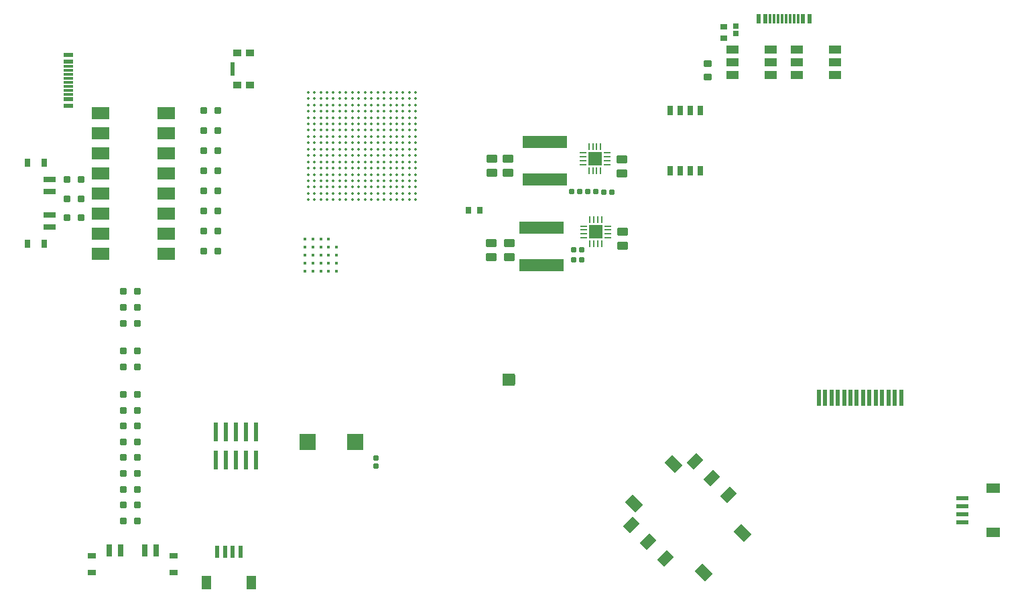
<source format=gtp>
G04*
G04 #@! TF.GenerationSoftware,Altium Limited,Altium Designer,23.10.1 (27)*
G04*
G04 Layer_Color=8421504*
%FSLAX44Y44*%
%MOMM*%
G71*
G04*
G04 #@! TF.SameCoordinates,B86BD226-0E7F-4409-BC4F-A9AD3D2462E1*
G04*
G04*
G04 #@! TF.FilePolarity,Positive*
G04*
G01*
G75*
%ADD23R,1.6000X1.6000*%
%ADD24R,2.1600X1.5200*%
G04:AMPARAMS|DCode=25|XSize=0.8mm|YSize=0.8mm|CornerRadius=0.1mm|HoleSize=0mm|Usage=FLASHONLY|Rotation=180.000|XOffset=0mm|YOffset=0mm|HoleType=Round|Shape=RoundedRectangle|*
%AMROUNDEDRECTD25*
21,1,0.8000,0.6000,0,0,180.0*
21,1,0.6000,0.8000,0,0,180.0*
1,1,0.2000,-0.3000,0.3000*
1,1,0.2000,0.3000,0.3000*
1,1,0.2000,0.3000,-0.3000*
1,1,0.2000,-0.3000,-0.3000*
%
%ADD25ROUNDEDRECTD25*%
%ADD26C,0.3500*%
%ADD27R,1.5000X1.0000*%
%ADD28R,0.6000X1.1500*%
%ADD29R,0.6400X0.6400*%
%ADD30R,0.9500X0.7500*%
%ADD31R,0.7600X1.2700*%
%ADD32R,1.8000X1.8000*%
%ADD33O,0.9000X0.2500*%
G04:AMPARAMS|DCode=34|XSize=1.4mm|YSize=1mm|CornerRadius=0.125mm|HoleSize=0mm|Usage=FLASHONLY|Rotation=0.000|XOffset=0mm|YOffset=0mm|HoleType=Round|Shape=RoundedRectangle|*
%AMROUNDEDRECTD34*
21,1,1.4000,0.7500,0,0,0.0*
21,1,1.1500,1.0000,0,0,0.0*
1,1,0.2500,0.5750,-0.3750*
1,1,0.2500,-0.5750,-0.3750*
1,1,0.2500,-0.5750,0.3750*
1,1,0.2500,0.5750,0.3750*
%
%ADD34ROUNDEDRECTD34*%
%ADD35O,0.2500X0.9000*%
%ADD36R,0.5001X2.0000*%
%ADD37R,1.5500X0.6000*%
G04:AMPARAMS|DCode=38|XSize=1.9mm|YSize=1.4mm|CornerRadius=0mm|HoleSize=0mm|Usage=FLASHONLY|Rotation=135.000|XOffset=0mm|YOffset=0mm|HoleType=Round|Shape=Rectangle|*
%AMROTATEDRECTD38*
4,1,4,1.1667,-0.1768,0.1768,-1.1667,-1.1667,0.1768,-0.1768,1.1667,1.1667,-0.1768,0.0*
%
%ADD38ROTATEDRECTD38*%

G04:AMPARAMS|DCode=39|XSize=0.6mm|YSize=0.6mm|CornerRadius=0.06mm|HoleSize=0mm|Usage=FLASHONLY|Rotation=90.000|XOffset=0mm|YOffset=0mm|HoleType=Round|Shape=RoundedRectangle|*
%AMROUNDEDRECTD39*
21,1,0.6000,0.4800,0,0,90.0*
21,1,0.4800,0.6000,0,0,90.0*
1,1,0.1200,0.2400,0.2400*
1,1,0.1200,0.2400,-0.2400*
1,1,0.1200,-0.2400,-0.2400*
1,1,0.1200,-0.2400,0.2400*
%
%ADD39ROUNDEDRECTD39*%
%ADD40R,0.7500X0.9500*%
G04:AMPARAMS|DCode=41|XSize=1.7mm|YSize=1.2mm|CornerRadius=0mm|HoleSize=0mm|Usage=FLASHONLY|Rotation=45.000|XOffset=0mm|YOffset=0mm|HoleType=Round|Shape=Rectangle|*
%AMROTATEDRECTD41*
4,1,4,-0.1768,-1.0253,-1.0253,-0.1768,0.1768,1.0253,1.0253,0.1768,-0.1768,-1.0253,0.0*
%
%ADD41ROTATEDRECTD41*%

%ADD42R,1.0000X0.9000*%
%ADD43R,0.5500X1.7000*%
%ADD44R,1.1500X0.6000*%
%ADD45R,0.8000X1.0000*%
%ADD46C,0.3700*%
%ADD47R,2.0000X2.0000*%
%ADD48R,0.6000X2.4000*%
%ADD49R,0.6000X1.5500*%
%ADD50R,1.5000X0.7000*%
%ADD51R,1.0000X0.8000*%
%ADD52R,0.7000X1.5000*%
%ADD53R,5.7000X1.6000*%
G04:AMPARAMS|DCode=54|XSize=0.6mm|YSize=0.6mm|CornerRadius=0.06mm|HoleSize=0mm|Usage=FLASHONLY|Rotation=180.000|XOffset=0mm|YOffset=0mm|HoleType=Round|Shape=RoundedRectangle|*
%AMROUNDEDRECTD54*
21,1,0.6000,0.4800,0,0,180.0*
21,1,0.4800,0.6000,0,0,180.0*
1,1,0.1200,-0.2400,0.2400*
1,1,0.1200,0.2400,0.2400*
1,1,0.1200,0.2400,-0.2400*
1,1,0.1200,-0.2400,-0.2400*
%
%ADD54ROUNDEDRECTD54*%
%ADD55R,0.6350X1.2700*%
%ADD56R,0.3000X1.1500*%
%ADD57R,1.8000X1.2000*%
G04:AMPARAMS|DCode=58|XSize=1mm|YSize=0.9mm|CornerRadius=0.1125mm|HoleSize=0mm|Usage=FLASHONLY|Rotation=0.000|XOffset=0mm|YOffset=0mm|HoleType=Round|Shape=RoundedRectangle|*
%AMROUNDEDRECTD58*
21,1,1.0000,0.6750,0,0,0.0*
21,1,0.7750,0.9000,0,0,0.0*
1,1,0.2250,0.3875,-0.3375*
1,1,0.2250,-0.3875,-0.3375*
1,1,0.2250,-0.3875,0.3375*
1,1,0.2250,0.3875,0.3375*
%
%ADD58ROUNDEDRECTD58*%
%ADD59R,1.2000X1.8000*%
%ADD60R,1.1500X0.3000*%
D23*
X1049599Y548640D02*
D03*
D24*
X534162Y860298D02*
D03*
Y885698D02*
D03*
Y834898D02*
D03*
Y809498D02*
D03*
Y784098D02*
D03*
Y758698D02*
D03*
Y733298D02*
D03*
Y707898D02*
D03*
X616762Y809498D02*
D03*
Y707898D02*
D03*
Y758698D02*
D03*
Y834898D02*
D03*
Y784098D02*
D03*
Y885698D02*
D03*
Y860298D02*
D03*
Y733298D02*
D03*
D25*
X580000Y660000D02*
D03*
X563000D02*
D03*
X681600Y889000D02*
D03*
Y863600D02*
D03*
Y812800D02*
D03*
Y787400D02*
D03*
Y838200D02*
D03*
Y762000D02*
D03*
Y736600D02*
D03*
Y711200D02*
D03*
X563000Y620000D02*
D03*
Y640000D02*
D03*
Y585000D02*
D03*
Y565000D02*
D03*
Y530000D02*
D03*
Y510000D02*
D03*
Y430000D02*
D03*
Y470000D02*
D03*
Y490000D02*
D03*
Y450000D02*
D03*
Y370000D02*
D03*
Y390000D02*
D03*
Y410000D02*
D03*
X664600Y812800D02*
D03*
X580000Y640000D02*
D03*
Y620000D02*
D03*
Y370000D02*
D03*
X491880Y753110D02*
D03*
X508880D02*
D03*
X491880Y801370D02*
D03*
X508880D02*
D03*
X491880Y777240D02*
D03*
X508880D02*
D03*
X664600Y711200D02*
D03*
Y736600D02*
D03*
X580000Y530000D02*
D03*
Y510000D02*
D03*
Y585000D02*
D03*
Y490000D02*
D03*
Y470000D02*
D03*
Y565000D02*
D03*
Y450000D02*
D03*
Y430000D02*
D03*
Y410000D02*
D03*
Y390000D02*
D03*
X664600Y838200D02*
D03*
Y863600D02*
D03*
Y889000D02*
D03*
Y762000D02*
D03*
Y787400D02*
D03*
D26*
X860000Y840000D02*
D03*
X932000Y872000D02*
D03*
X916000Y904000D02*
D03*
X892000Y912000D02*
D03*
X908000Y880000D02*
D03*
X884000Y888000D02*
D03*
X924000Y848000D02*
D03*
X892000Y864000D02*
D03*
X876000D02*
D03*
X884000Y856000D02*
D03*
X868000D02*
D03*
X892000Y848000D02*
D03*
Y832000D02*
D03*
X884000Y840000D02*
D03*
X876000Y832000D02*
D03*
X916000Y824000D02*
D03*
X908000Y800000D02*
D03*
X884000Y824000D02*
D03*
X868000D02*
D03*
X884000Y808000D02*
D03*
X932000Y792000D02*
D03*
X900000Y776000D02*
D03*
X876000Y784000D02*
D03*
X860000Y896000D02*
D03*
X836000Y904000D02*
D03*
X852000Y872000D02*
D03*
X828000Y880000D02*
D03*
X860000Y864000D02*
D03*
X852000Y856000D02*
D03*
X844000Y864000D02*
D03*
Y848000D02*
D03*
X836000Y856000D02*
D03*
X820000D02*
D03*
X812000Y912000D02*
D03*
X804000Y888000D02*
D03*
X796000Y864000D02*
D03*
X852000Y840000D02*
D03*
X860000Y832000D02*
D03*
X836000Y840000D02*
D03*
X844000Y832000D02*
D03*
X860000Y816000D02*
D03*
X852000Y824000D02*
D03*
X836000D02*
D03*
X852000Y792000D02*
D03*
X812000Y832000D02*
D03*
X804000Y808000D02*
D03*
X828000Y800000D02*
D03*
X796000Y784000D02*
D03*
X820000Y776000D02*
D03*
X860000Y848000D02*
D03*
X868000Y840000D02*
D03*
X876000D02*
D03*
X876000Y848000D02*
D03*
X884000Y896000D02*
D03*
Y904000D02*
D03*
X924000Y776000D02*
D03*
Y784000D02*
D03*
X924000Y792000D02*
D03*
X924000Y800000D02*
D03*
Y816000D02*
D03*
Y824000D02*
D03*
X924000Y832000D02*
D03*
X932000Y776000D02*
D03*
Y784000D02*
D03*
Y800000D02*
D03*
Y808000D02*
D03*
Y816000D02*
D03*
Y824000D02*
D03*
X932000Y840000D02*
D03*
X932000Y864000D02*
D03*
X932000Y856000D02*
D03*
X916000Y776000D02*
D03*
X908000D02*
D03*
X900000Y912000D02*
D03*
X900000Y840000D02*
D03*
Y800000D02*
D03*
X876000Y776000D02*
D03*
X844000Y872000D02*
D03*
X836000Y776000D02*
D03*
X820000Y832000D02*
D03*
X812000Y864000D02*
D03*
X796000Y808000D02*
D03*
X932000Y848000D02*
D03*
X924000Y840000D02*
D03*
X916000Y912000D02*
D03*
X884000Y792000D02*
D03*
X868000Y904000D02*
D03*
Y872000D02*
D03*
X860000Y912000D02*
D03*
X836000Y896000D02*
D03*
Y816000D02*
D03*
X828000Y872000D02*
D03*
Y816000D02*
D03*
X820000Y840000D02*
D03*
Y800000D02*
D03*
X796000Y912000D02*
D03*
X916000Y832000D02*
D03*
X908000Y912000D02*
D03*
Y872000D02*
D03*
Y848000D02*
D03*
X884000Y880000D02*
D03*
X868000Y896000D02*
D03*
X852000Y904000D02*
D03*
X812000Y784000D02*
D03*
X844000Y776000D02*
D03*
X804000Y880000D02*
D03*
X796000Y872000D02*
D03*
X932000Y896000D02*
D03*
X932000Y880000D02*
D03*
X916000Y856000D02*
D03*
X908000Y904000D02*
D03*
X900000Y824000D02*
D03*
X892000Y880000D02*
D03*
X884000Y800000D02*
D03*
X876000Y880000D02*
D03*
X868000Y792000D02*
D03*
X836000Y808000D02*
D03*
X828000Y776000D02*
D03*
X820000Y888000D02*
D03*
Y872000D02*
D03*
X796000Y776000D02*
D03*
X916000Y808000D02*
D03*
X916000Y800000D02*
D03*
X884000Y872000D02*
D03*
X876000Y896000D02*
D03*
X876000Y872000D02*
D03*
X868000Y848000D02*
D03*
Y784000D02*
D03*
X828000Y856000D02*
D03*
X804000D02*
D03*
X796000D02*
D03*
Y840000D02*
D03*
Y792000D02*
D03*
X924000Y864000D02*
D03*
X908000Y896000D02*
D03*
X892000Y888000D02*
D03*
X860000Y792000D02*
D03*
X844000Y896000D02*
D03*
X836000Y792000D02*
D03*
X828000Y904000D02*
D03*
X828000Y792000D02*
D03*
X804000Y832000D02*
D03*
Y824000D02*
D03*
X924000Y912000D02*
D03*
Y904000D02*
D03*
X908000Y824000D02*
D03*
Y792000D02*
D03*
X900000Y848000D02*
D03*
X892000Y800000D02*
D03*
X868000Y888000D02*
D03*
X852000Y776000D02*
D03*
X828000Y912000D02*
D03*
X820000Y864000D02*
D03*
X812000Y896000D02*
D03*
X804000Y800000D02*
D03*
Y776000D02*
D03*
X796000Y888000D02*
D03*
X916000Y896000D02*
D03*
X900000Y904000D02*
D03*
X892000Y808000D02*
D03*
Y784000D02*
D03*
X884000Y776000D02*
D03*
X876000Y808000D02*
D03*
X868000Y912000D02*
D03*
X868000Y808000D02*
D03*
X844000Y800000D02*
D03*
X828000Y888000D02*
D03*
Y848000D02*
D03*
X820000Y824000D02*
D03*
Y792000D02*
D03*
X812000Y816000D02*
D03*
X804000Y912000D02*
D03*
X796000Y904000D02*
D03*
X804000Y848000D02*
D03*
X812000Y872000D02*
D03*
X820000Y896000D02*
D03*
X844000Y888000D02*
D03*
X852000Y912000D02*
D03*
X868000Y800000D02*
D03*
Y880000D02*
D03*
X876000Y904000D02*
D03*
X892000Y792000D02*
D03*
X892000Y872000D02*
D03*
X900000Y816000D02*
D03*
Y832000D02*
D03*
Y856000D02*
D03*
Y864000D02*
D03*
Y872000D02*
D03*
X900000Y896000D02*
D03*
X908000Y840000D02*
D03*
X916000Y784000D02*
D03*
X916000Y864000D02*
D03*
X924000Y808000D02*
D03*
Y888000D02*
D03*
X932000Y832000D02*
D03*
Y912000D02*
D03*
X924000Y872000D02*
D03*
X908000Y808000D02*
D03*
X900000Y880000D02*
D03*
X892000Y896000D02*
D03*
X884000Y784000D02*
D03*
X852000D02*
D03*
X820000Y808000D02*
D03*
X804000Y896000D02*
D03*
X924000Y896000D02*
D03*
X916000Y816000D02*
D03*
X908000Y784000D02*
D03*
X876000Y800000D02*
D03*
X852000Y888000D02*
D03*
X852000Y880000D02*
D03*
X844000Y912000D02*
D03*
X836000D02*
D03*
Y880000D02*
D03*
X828000Y840000D02*
D03*
X812000Y888000D02*
D03*
Y776000D02*
D03*
X804000Y864000D02*
D03*
X796000Y816000D02*
D03*
X916000Y840000D02*
D03*
X908000Y856000D02*
D03*
Y816000D02*
D03*
X900000Y784000D02*
D03*
X892000Y776000D02*
D03*
X852000Y816000D02*
D03*
Y800000D02*
D03*
X836000Y832000D02*
D03*
Y848000D02*
D03*
X844000Y824000D02*
D03*
Y840000D02*
D03*
Y856000D02*
D03*
X852000Y832000D02*
D03*
X860000Y824000D02*
D03*
Y856000D02*
D03*
X868000Y832000D02*
D03*
X876000Y824000D02*
D03*
X876000Y856000D02*
D03*
X884000Y832000D02*
D03*
Y848000D02*
D03*
X892000Y824000D02*
D03*
X892000Y840000D02*
D03*
X892000Y856000D02*
D03*
X828000Y824000D02*
D03*
Y784000D02*
D03*
X812000Y840000D02*
D03*
X796000Y896000D02*
D03*
Y832000D02*
D03*
X932000Y888000D02*
D03*
X900000Y888000D02*
D03*
X884000Y912000D02*
D03*
X876000Y816000D02*
D03*
X852000Y808000D02*
D03*
X844000Y792000D02*
D03*
X836000Y888000D02*
D03*
X820000Y904000D02*
D03*
Y880000D02*
D03*
Y784000D02*
D03*
X812000Y856000D02*
D03*
X812000Y800000D02*
D03*
X804000Y816000D02*
D03*
X796000Y800000D02*
D03*
X924000Y880000D02*
D03*
X916000D02*
D03*
Y792000D02*
D03*
X876000Y792000D02*
D03*
X860000Y888000D02*
D03*
Y880000D02*
D03*
Y784000D02*
D03*
X844000Y816000D02*
D03*
X836000Y800000D02*
D03*
X828000Y808000D02*
D03*
X820000Y848000D02*
D03*
X812000Y904000D02*
D03*
X804000Y792000D02*
D03*
X796000Y848000D02*
D03*
X916000D02*
D03*
X908000Y864000D02*
D03*
X900000Y792000D02*
D03*
X892000Y816000D02*
D03*
X884000D02*
D03*
X860000Y800000D02*
D03*
X828000Y896000D02*
D03*
X812000Y848000D02*
D03*
X812000Y824000D02*
D03*
X804000Y784000D02*
D03*
X796000Y880000D02*
D03*
Y824000D02*
D03*
X812000Y792000D02*
D03*
X820000Y816000D02*
D03*
X828000Y832000D02*
D03*
X836000Y784000D02*
D03*
Y864000D02*
D03*
X844000Y808000D02*
D03*
X852000Y848000D02*
D03*
X852000Y864000D02*
D03*
X860000Y776000D02*
D03*
X868000Y864000D02*
D03*
X884000D02*
D03*
X916000Y872000D02*
D03*
X900000Y808000D02*
D03*
X892000Y904000D02*
D03*
X876000Y912000D02*
D03*
Y888000D02*
D03*
X868000Y816000D02*
D03*
X868000Y776000D02*
D03*
X860000Y872000D02*
D03*
X860000Y808000D02*
D03*
X836000Y872000D02*
D03*
X828000Y864000D02*
D03*
X812000Y808000D02*
D03*
X804000Y904000D02*
D03*
X932000D02*
D03*
X924000Y856000D02*
D03*
X916000Y888000D02*
D03*
X908000D02*
D03*
Y832000D02*
D03*
X860000Y904000D02*
D03*
X852000Y896000D02*
D03*
X844000Y904000D02*
D03*
Y880000D02*
D03*
Y784000D02*
D03*
X820000Y912000D02*
D03*
X804000Y872000D02*
D03*
Y840000D02*
D03*
X812000Y880000D02*
D03*
D27*
X1462140Y949960D02*
D03*
X1380860D02*
D03*
X1413140Y965960D02*
D03*
Y949960D02*
D03*
Y933960D02*
D03*
X1462140Y965960D02*
D03*
Y933960D02*
D03*
X1380860D02*
D03*
Y965960D02*
D03*
X1331860Y933960D02*
D03*
Y949960D02*
D03*
Y965960D02*
D03*
D28*
X1429500Y1005000D02*
D03*
X1365500D02*
D03*
X1421500D02*
D03*
X1373500D02*
D03*
D29*
X1336040Y995200D02*
D03*
Y986000D02*
D03*
D30*
X1320800Y994715D02*
D03*
Y980715D02*
D03*
D31*
X1266190Y889000D02*
D03*
X1253490D02*
D03*
Y812800D02*
D03*
X1266190D02*
D03*
X1278890D02*
D03*
X1291590D02*
D03*
Y889000D02*
D03*
X1278890D02*
D03*
D32*
X1158250Y827920D02*
D03*
X1159510Y735330D02*
D03*
D33*
X1143000Y835420D02*
D03*
Y830420D02*
D03*
Y825420D02*
D03*
X1144260Y742830D02*
D03*
Y737830D02*
D03*
Y732830D02*
D03*
X1173500Y835420D02*
D03*
Y830420D02*
D03*
Y825420D02*
D03*
Y820420D02*
D03*
X1143000D02*
D03*
X1174760Y742830D02*
D03*
Y737830D02*
D03*
Y732830D02*
D03*
Y727830D02*
D03*
X1144260D02*
D03*
D34*
X1192530Y808990D02*
D03*
X1028590Y828150D02*
D03*
X1048910D02*
D03*
X1193000Y718000D02*
D03*
X1050290Y721470D02*
D03*
X1027430D02*
D03*
X1028590Y810150D02*
D03*
X1048910D02*
D03*
X1192530Y826990D02*
D03*
X1050290Y703470D02*
D03*
X1027430D02*
D03*
X1193000Y736000D02*
D03*
D35*
X1150750Y812670D02*
D03*
X1152010Y720080D02*
D03*
X1150750Y843170D02*
D03*
X1155750D02*
D03*
X1160750D02*
D03*
X1165750D02*
D03*
Y812670D02*
D03*
X1160750D02*
D03*
X1155750D02*
D03*
X1152010Y750580D02*
D03*
X1157010D02*
D03*
X1162010D02*
D03*
X1167010D02*
D03*
Y720080D02*
D03*
X1162010D02*
D03*
X1157010D02*
D03*
D36*
X1537221Y525681D02*
D03*
X1473220D02*
D03*
X1449220D02*
D03*
X1529220D02*
D03*
X1457221D02*
D03*
X1441221D02*
D03*
X1545219D02*
D03*
X1505219D02*
D03*
X1481221D02*
D03*
X1521221D02*
D03*
X1513220D02*
D03*
X1465219D02*
D03*
X1489220D02*
D03*
X1497221D02*
D03*
D37*
X1622410Y368600D02*
D03*
Y378600D02*
D03*
Y398600D02*
D03*
Y388600D02*
D03*
D38*
X1344897Y354297D02*
D03*
X1295400Y304800D02*
D03*
X1257570Y441625D02*
D03*
X1208072Y392128D02*
D03*
D39*
X1159385Y786266D02*
D03*
X1131650Y699770D02*
D03*
X1170000Y786000D02*
D03*
X1180000D02*
D03*
X1139110Y786130D02*
D03*
X1129110D02*
D03*
X1149385Y786266D02*
D03*
X1131650Y712470D02*
D03*
X1141650Y699770D02*
D03*
Y712470D02*
D03*
D40*
X999000Y763000D02*
D03*
X1013000D02*
D03*
D41*
X1305830Y423771D02*
D03*
X1225927Y343868D02*
D03*
X1247140Y322654D02*
D03*
X1327043Y402557D02*
D03*
X1204714Y365081D02*
D03*
X1284617Y444984D02*
D03*
D42*
X722756Y961824D02*
D03*
Y920824D02*
D03*
X706756D02*
D03*
Y961824D02*
D03*
D43*
X700506Y941324D02*
D03*
D44*
X493100Y959100D02*
D03*
Y895100D02*
D03*
Y903100D02*
D03*
Y951100D02*
D03*
D45*
X462620Y823260D02*
D03*
X441620D02*
D03*
X462620Y720260D02*
D03*
X441620D02*
D03*
D46*
X812000Y726000D02*
D03*
X822000Y706000D02*
D03*
X792000Y686000D02*
D03*
X832000Y716000D02*
D03*
Y686000D02*
D03*
X822000Y696000D02*
D03*
Y686000D02*
D03*
X812000Y716000D02*
D03*
Y686000D02*
D03*
X802000Y726000D02*
D03*
X792000D02*
D03*
Y696000D02*
D03*
Y716000D02*
D03*
X802000Y706000D02*
D03*
X792000D02*
D03*
X832000D02*
D03*
X802000Y686000D02*
D03*
X812000Y706000D02*
D03*
X822000Y716000D02*
D03*
X802000Y696000D02*
D03*
X832000D02*
D03*
X822000Y726000D02*
D03*
X812000Y696000D02*
D03*
X802000Y716000D02*
D03*
D47*
X795500Y469900D02*
D03*
X855500D02*
D03*
D48*
X717550Y482600D02*
D03*
X704850D02*
D03*
X679450D02*
D03*
X692150Y446600D02*
D03*
X704850D02*
D03*
X679450D02*
D03*
X730250D02*
D03*
Y482600D02*
D03*
X717550Y446600D02*
D03*
X692150Y482600D02*
D03*
D49*
X680900Y330850D02*
D03*
X690900D02*
D03*
X710900D02*
D03*
X700900D02*
D03*
D50*
X469620Y756760D02*
D03*
Y741760D02*
D03*
Y786760D02*
D03*
Y801760D02*
D03*
D51*
X625940Y325460D02*
D03*
Y304460D02*
D03*
X522940Y325460D02*
D03*
Y304460D02*
D03*
D52*
X589440Y332460D02*
D03*
X544440D02*
D03*
X559440D02*
D03*
X604440D02*
D03*
D53*
X1094740Y802000D02*
D03*
Y849000D02*
D03*
X1090930Y693376D02*
D03*
Y740376D02*
D03*
D54*
X881380Y449500D02*
D03*
Y439500D02*
D03*
D55*
X1046480Y548640D02*
D03*
X1054718D02*
D03*
D56*
X1415000Y1005000D02*
D03*
X1410000D02*
D03*
X1405000D02*
D03*
X1400000D02*
D03*
X1395000D02*
D03*
X1390000D02*
D03*
X1385000D02*
D03*
X1380000D02*
D03*
D57*
X1661160Y411600D02*
D03*
Y355600D02*
D03*
D58*
X1300480Y931300D02*
D03*
Y948300D02*
D03*
D59*
X723900Y292100D02*
D03*
X667900D02*
D03*
D60*
X493100Y909600D02*
D03*
Y914600D02*
D03*
Y919600D02*
D03*
Y924600D02*
D03*
Y929600D02*
D03*
Y934600D02*
D03*
Y939600D02*
D03*
Y944600D02*
D03*
M02*

</source>
